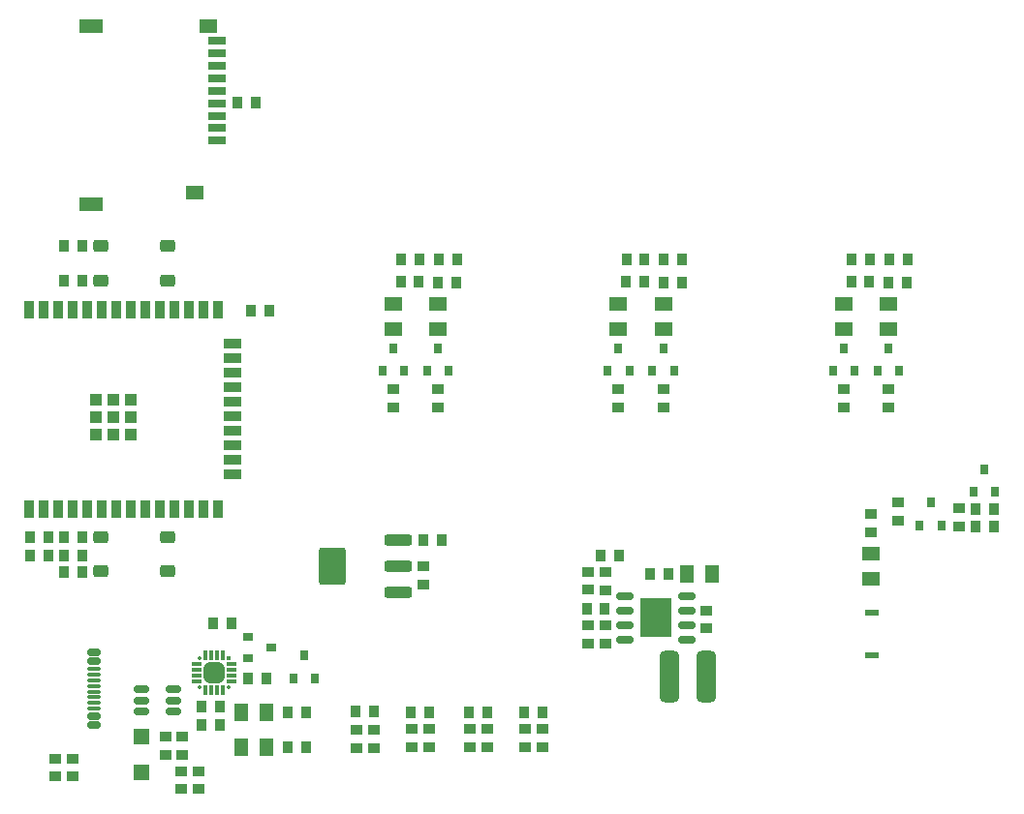
<source format=gtp>
G04*
G04 #@! TF.GenerationSoftware,Altium Limited,Altium Designer,24.10.1 (45)*
G04*
G04 Layer_Color=8421504*
%FSLAX44Y44*%
%MOMM*%
G71*
G04*
G04 #@! TF.SameCoordinates,0EDCD7A5-6BC7-414E-B131-C269EAA69737*
G04*
G04*
G04 #@! TF.FilePolarity,Positive*
G04*
G01*
G75*
%ADD17R,1.0160X0.9398*%
%ADD18R,1.5000X1.3000*%
G04:AMPARAMS|DCode=19|XSize=1.75mm|YSize=4.5mm|CornerRadius=0.4375mm|HoleSize=0mm|Usage=FLASHONLY|Rotation=180.000|XOffset=0mm|YOffset=0mm|HoleType=Round|Shape=RoundedRectangle|*
%AMROUNDEDRECTD19*
21,1,1.7500,3.6250,0,0,180.0*
21,1,0.8750,4.5000,0,0,180.0*
1,1,0.8750,-0.4375,1.8125*
1,1,0.8750,0.4375,1.8125*
1,1,0.8750,0.4375,-1.8125*
1,1,0.8750,-0.4375,-1.8125*
%
%ADD19ROUNDEDRECTD19*%
G04:AMPARAMS|DCode=20|XSize=1.35mm|YSize=1.1mm|CornerRadius=0.275mm|HoleSize=0mm|Usage=FLASHONLY|Rotation=0.000|XOffset=0mm|YOffset=0mm|HoleType=Round|Shape=RoundedRectangle|*
%AMROUNDEDRECTD20*
21,1,1.3500,0.5500,0,0,0.0*
21,1,0.8000,1.1000,0,0,0.0*
1,1,0.5500,0.4000,-0.2750*
1,1,0.5500,-0.4000,-0.2750*
1,1,0.5500,-0.4000,0.2750*
1,1,0.5500,0.4000,0.2750*
%
%ADD20ROUNDEDRECTD20*%
G04:AMPARAMS|DCode=21|XSize=0.65mm|YSize=1.3mm|CornerRadius=0.1625mm|HoleSize=0mm|Usage=FLASHONLY|Rotation=90.000|XOffset=0mm|YOffset=0mm|HoleType=Round|Shape=RoundedRectangle|*
%AMROUNDEDRECTD21*
21,1,0.6500,0.9750,0,0,90.0*
21,1,0.3250,1.3000,0,0,90.0*
1,1,0.3250,0.4875,0.1625*
1,1,0.3250,0.4875,-0.1625*
1,1,0.3250,-0.4875,-0.1625*
1,1,0.3250,-0.4875,0.1625*
%
%ADD21ROUNDEDRECTD21*%
%ADD22R,1.4000X1.4000*%
%ADD23R,0.8000X0.9000*%
%ADD24R,0.9398X1.0160*%
G04:AMPARAMS|DCode=25|XSize=1mm|YSize=2.4mm|CornerRadius=0.25mm|HoleSize=0mm|Usage=FLASHONLY|Rotation=270.000|XOffset=0mm|YOffset=0mm|HoleType=Round|Shape=RoundedRectangle|*
%AMROUNDEDRECTD25*
21,1,1.0000,1.9000,0,0,270.0*
21,1,0.5000,2.4000,0,0,270.0*
1,1,0.5000,-0.9500,-0.2500*
1,1,0.5000,-0.9500,0.2500*
1,1,0.5000,0.9500,0.2500*
1,1,0.5000,0.9500,-0.2500*
%
%ADD25ROUNDEDRECTD25*%
G04:AMPARAMS|DCode=26|XSize=3.3mm|YSize=2.4mm|CornerRadius=0.36mm|HoleSize=0mm|Usage=FLASHONLY|Rotation=270.000|XOffset=0mm|YOffset=0mm|HoleType=Round|Shape=RoundedRectangle|*
%AMROUNDEDRECTD26*
21,1,3.3000,1.6800,0,0,270.0*
21,1,2.5800,2.4000,0,0,270.0*
1,1,0.7200,-0.8400,-1.2900*
1,1,0.7200,-0.8400,1.2900*
1,1,0.7200,0.8400,1.2900*
1,1,0.7200,0.8400,-1.2900*
%
%ADD26ROUNDEDRECTD26*%
%ADD27R,1.3000X1.5000*%
%ADD28R,2.0000X1.2000*%
%ADD29R,1.6000X0.7000*%
%ADD30R,1.5000X1.2000*%
G04:AMPARAMS|DCode=31|XSize=0.3mm|YSize=1.15mm|CornerRadius=0.075mm|HoleSize=0mm|Usage=FLASHONLY|Rotation=270.000|XOffset=0mm|YOffset=0mm|HoleType=Round|Shape=RoundedRectangle|*
%AMROUNDEDRECTD31*
21,1,0.3000,1.0000,0,0,270.0*
21,1,0.1500,1.1500,0,0,270.0*
1,1,0.1500,-0.5000,-0.0750*
1,1,0.1500,-0.5000,0.0750*
1,1,0.1500,0.5000,0.0750*
1,1,0.1500,0.5000,-0.0750*
%
%ADD31ROUNDEDRECTD31*%
G04:AMPARAMS|DCode=32|XSize=0.6mm|YSize=1.15mm|CornerRadius=0.15mm|HoleSize=0mm|Usage=FLASHONLY|Rotation=270.000|XOffset=0mm|YOffset=0mm|HoleType=Round|Shape=RoundedRectangle|*
%AMROUNDEDRECTD32*
21,1,0.6000,0.8500,0,0,270.0*
21,1,0.3000,1.1500,0,0,270.0*
1,1,0.3000,-0.4250,-0.1500*
1,1,0.3000,-0.4250,0.1500*
1,1,0.3000,0.4250,0.1500*
1,1,0.3000,0.4250,-0.1500*
%
%ADD32ROUNDEDRECTD32*%
%ADD33R,1.0414X1.0414*%
%ADD34R,0.8890X1.4986*%
%ADD35R,1.4986X0.8890*%
%ADD36R,0.9000X0.8000*%
%ADD37R,1.1430X0.5842*%
G04:AMPARAMS|DCode=38|XSize=0.6mm|YSize=1.45mm|CornerRadius=0.15mm|HoleSize=0mm|Usage=FLASHONLY|Rotation=90.000|XOffset=0mm|YOffset=0mm|HoleType=Round|Shape=RoundedRectangle|*
%AMROUNDEDRECTD38*
21,1,0.6000,1.1500,0,0,90.0*
21,1,0.3000,1.4500,0,0,90.0*
1,1,0.3000,0.5750,0.1500*
1,1,0.3000,0.5750,-0.1500*
1,1,0.3000,-0.5750,-0.1500*
1,1,0.3000,-0.5750,0.1500*
%
%ADD38ROUNDEDRECTD38*%
%ADD39R,2.7100X3.4000*%
G04:AMPARAMS|DCode=40|XSize=1.8mm|YSize=1.8mm|CornerRadius=0.45mm|HoleSize=0mm|Usage=FLASHONLY|Rotation=0.000|XOffset=0mm|YOffset=0mm|HoleType=Round|Shape=RoundedRectangle|*
%AMROUNDEDRECTD40*
21,1,1.8000,0.9000,0,0,0.0*
21,1,0.9000,1.8000,0,0,0.0*
1,1,0.9000,0.4500,-0.4500*
1,1,0.9000,-0.4500,-0.4500*
1,1,0.9000,-0.4500,0.4500*
1,1,0.9000,0.4500,0.4500*
%
%ADD40ROUNDEDRECTD40*%
G04:AMPARAMS|DCode=41|XSize=0.3mm|YSize=0.3mm|CornerRadius=0.075mm|HoleSize=0mm|Usage=FLASHONLY|Rotation=0.000|XOffset=0mm|YOffset=0mm|HoleType=Round|Shape=RoundedRectangle|*
%AMROUNDEDRECTD41*
21,1,0.3000,0.1500,0,0,0.0*
21,1,0.1500,0.3000,0,0,0.0*
1,1,0.1500,0.0750,-0.0750*
1,1,0.1500,-0.0750,-0.0750*
1,1,0.1500,-0.0750,0.0750*
1,1,0.1500,0.0750,0.0750*
%
%ADD41ROUNDEDRECTD41*%
%ADD42R,0.3000X0.3000*%
G04:AMPARAMS|DCode=43|XSize=0.9mm|YSize=0.3mm|CornerRadius=0.075mm|HoleSize=0mm|Usage=FLASHONLY|Rotation=270.000|XOffset=0mm|YOffset=0mm|HoleType=Round|Shape=RoundedRectangle|*
%AMROUNDEDRECTD43*
21,1,0.9000,0.1500,0,0,270.0*
21,1,0.7500,0.3000,0,0,270.0*
1,1,0.1500,-0.0750,-0.3750*
1,1,0.1500,-0.0750,0.3750*
1,1,0.1500,0.0750,0.3750*
1,1,0.1500,0.0750,-0.3750*
%
%ADD43ROUNDEDRECTD43*%
G04:AMPARAMS|DCode=44|XSize=0.9mm|YSize=0.3mm|CornerRadius=0.075mm|HoleSize=0mm|Usage=FLASHONLY|Rotation=180.000|XOffset=0mm|YOffset=0mm|HoleType=Round|Shape=RoundedRectangle|*
%AMROUNDEDRECTD44*
21,1,0.9000,0.1500,0,0,180.0*
21,1,0.7500,0.3000,0,0,180.0*
1,1,0.1500,-0.3750,0.0750*
1,1,0.1500,0.3750,0.0750*
1,1,0.1500,0.3750,-0.0750*
1,1,0.1500,-0.3750,-0.0750*
%
%ADD44ROUNDEDRECTD44*%
D17*
X144480Y122367D02*
D03*
Y106365D02*
D03*
X159212D02*
D03*
Y122367D02*
D03*
X770557Y357192D02*
D03*
Y341190D02*
D03*
X411696Y158944D02*
D03*
Y142942D02*
D03*
X312276Y158689D02*
D03*
Y142687D02*
D03*
X396287Y158944D02*
D03*
Y142942D02*
D03*
X297163Y158689D02*
D03*
Y142687D02*
D03*
X459911Y158944D02*
D03*
Y142942D02*
D03*
X360851Y158944D02*
D03*
Y142942D02*
D03*
X444798Y158944D02*
D03*
Y142942D02*
D03*
X345738Y158944D02*
D03*
Y142942D02*
D03*
X526212Y440676D02*
D03*
Y456678D02*
D03*
X723062D02*
D03*
Y440676D02*
D03*
X565404Y456678D02*
D03*
Y440676D02*
D03*
X762253Y456678D02*
D03*
Y440676D02*
D03*
X602952Y262890D02*
D03*
Y246888D02*
D03*
X514648Y280469D02*
D03*
Y296471D02*
D03*
X355452Y301178D02*
D03*
Y285176D02*
D03*
X499916Y233506D02*
D03*
Y249508D02*
D03*
X144875Y136337D02*
D03*
Y152339D02*
D03*
X130143Y136337D02*
D03*
Y152339D02*
D03*
X823849Y336585D02*
D03*
Y352587D02*
D03*
X747129Y330757D02*
D03*
Y346759D02*
D03*
X499916Y296724D02*
D03*
Y280722D02*
D03*
X514648Y233722D02*
D03*
Y249724D02*
D03*
X329362Y456678D02*
D03*
Y440676D02*
D03*
X368554Y456678D02*
D03*
Y440676D02*
D03*
X49022Y133350D02*
D03*
Y117348D02*
D03*
X34290D02*
D03*
Y133350D02*
D03*
D18*
X762253Y509270D02*
D03*
Y531270D02*
D03*
X723062Y509270D02*
D03*
Y531270D02*
D03*
X526212D02*
D03*
Y509270D02*
D03*
X746760Y290420D02*
D03*
Y312420D02*
D03*
X368554Y509270D02*
D03*
Y531270D02*
D03*
X565404Y509270D02*
D03*
Y531270D02*
D03*
X329362Y509270D02*
D03*
Y531270D02*
D03*
D19*
X570452Y204849D02*
D03*
X602952D02*
D03*
D20*
X73620Y581420D02*
D03*
X132120D02*
D03*
X73620Y551420D02*
D03*
X132120D02*
D03*
X73620Y327180D02*
D03*
X132120D02*
D03*
X73620Y297180D02*
D03*
X132120D02*
D03*
D21*
X137190Y184152D02*
D03*
Y193650D02*
D03*
Y174650D02*
D03*
X109190D02*
D03*
Y184150D02*
D03*
Y193650D02*
D03*
D22*
X109220Y152400D02*
D03*
Y121400D02*
D03*
D23*
X789578Y337192D02*
D03*
X799078Y357192D02*
D03*
X808578Y337192D02*
D03*
X535712Y472132D02*
D03*
X526212Y492132D02*
D03*
X516712Y472132D02*
D03*
X732562D02*
D03*
X723062Y492132D02*
D03*
X713562Y472132D02*
D03*
X574903D02*
D03*
X565404Y492132D02*
D03*
X555904Y472132D02*
D03*
X752754D02*
D03*
X762253Y492132D02*
D03*
X771753Y472132D02*
D03*
X836701Y366358D02*
D03*
X846201Y386358D02*
D03*
X855701Y366358D02*
D03*
X260978Y203490D02*
D03*
X251478Y223490D02*
D03*
X241978Y203490D02*
D03*
X319862Y472132D02*
D03*
X329362Y492132D02*
D03*
X338862Y472132D02*
D03*
X378054D02*
D03*
X368554Y492132D02*
D03*
X359053Y472132D02*
D03*
D24*
X336321Y569552D02*
D03*
X352323D02*
D03*
X533171D02*
D03*
X549173D02*
D03*
X730021D02*
D03*
X746023D02*
D03*
X385013D02*
D03*
X369011D02*
D03*
X581862D02*
D03*
X565860D02*
D03*
X778712D02*
D03*
X762710D02*
D03*
X411400Y173295D02*
D03*
X395398D02*
D03*
X312276Y174055D02*
D03*
X296274D02*
D03*
X459911Y173529D02*
D03*
X443909D02*
D03*
X360851Y173295D02*
D03*
X344849D02*
D03*
X532714Y549988D02*
D03*
X548716D02*
D03*
X745566D02*
D03*
X729564D02*
D03*
X565404Y549607D02*
D03*
X581405D02*
D03*
X778255D02*
D03*
X762253D02*
D03*
X510540Y311150D02*
D03*
X526542D02*
D03*
X355452Y324178D02*
D03*
X371454D02*
D03*
X209054Y706652D02*
D03*
X193052D02*
D03*
X27999Y310935D02*
D03*
X11997D02*
D03*
X27999Y326502D02*
D03*
X11997D02*
D03*
X57971Y311159D02*
D03*
X41969D02*
D03*
X41597Y551420D02*
D03*
X57599D02*
D03*
X177772Y178628D02*
D03*
X161770D02*
D03*
X177772Y163007D02*
D03*
X161770D02*
D03*
X838200Y351282D02*
D03*
X854202D02*
D03*
X553577Y294611D02*
D03*
X569579D02*
D03*
X514429Y264075D02*
D03*
X498427D02*
D03*
X41969Y326502D02*
D03*
X57971D02*
D03*
X41969Y296394D02*
D03*
X57971D02*
D03*
X838200Y336585D02*
D03*
X854202D02*
D03*
X351866Y549988D02*
D03*
X335864D02*
D03*
X384556Y549607D02*
D03*
X368554D02*
D03*
X187960Y251460D02*
D03*
X171958D02*
D03*
X218753Y203490D02*
D03*
X202751D02*
D03*
X205303Y525272D02*
D03*
X221305D02*
D03*
X41597Y581343D02*
D03*
X57599D02*
D03*
X253291Y173802D02*
D03*
X237289D02*
D03*
X253291Y143068D02*
D03*
X237289D02*
D03*
D25*
X333800Y278178D02*
D03*
Y301178D02*
D03*
Y324178D02*
D03*
D26*
X275800Y301178D02*
D03*
D27*
X586050Y294611D02*
D03*
X608050D02*
D03*
X218952Y173802D02*
D03*
X196952D02*
D03*
X218952Y143068D02*
D03*
X196952D02*
D03*
D28*
X65400Y618480D02*
D03*
Y773580D02*
D03*
D29*
X175400Y739580D02*
D03*
Y673580D02*
D03*
Y728580D02*
D03*
Y695580D02*
D03*
Y706580D02*
D03*
Y717580D02*
D03*
Y684580D02*
D03*
Y750580D02*
D03*
Y761580D02*
D03*
D30*
X167400Y773580D02*
D03*
X155970Y628230D02*
D03*
D31*
X68225Y191810D02*
D03*
Y196810D02*
D03*
Y211810D02*
D03*
Y206810D02*
D03*
Y201810D02*
D03*
Y176810D02*
D03*
Y181810D02*
D03*
Y186810D02*
D03*
D32*
Y170310D02*
D03*
Y218310D02*
D03*
Y162310D02*
D03*
Y226310D02*
D03*
D33*
X69677Y431926D02*
D03*
Y447176D02*
D03*
X84927D02*
D03*
X100177D02*
D03*
Y431926D02*
D03*
Y416676D02*
D03*
X84927D02*
D03*
X69677D02*
D03*
X84927Y431926D02*
D03*
D34*
X11527Y526226D02*
D03*
X24227D02*
D03*
X36927D02*
D03*
X49627D02*
D03*
X62327D02*
D03*
X75027D02*
D03*
X87727D02*
D03*
X100427D02*
D03*
X113127D02*
D03*
X125827D02*
D03*
X138527D02*
D03*
X151227D02*
D03*
X163927D02*
D03*
X176627D02*
D03*
Y351226D02*
D03*
X163927D02*
D03*
X151227D02*
D03*
X138527D02*
D03*
X125827D02*
D03*
X113127D02*
D03*
X100427D02*
D03*
X87727D02*
D03*
X75027D02*
D03*
X62327D02*
D03*
X49627D02*
D03*
X36927D02*
D03*
X24227D02*
D03*
X11527D02*
D03*
D35*
X189127Y495876D02*
D03*
Y483176D02*
D03*
Y470476D02*
D03*
Y457776D02*
D03*
Y445076D02*
D03*
Y432376D02*
D03*
Y419676D02*
D03*
Y406976D02*
D03*
Y394276D02*
D03*
Y381576D02*
D03*
D36*
X202751Y220780D02*
D03*
X222751Y230280D02*
D03*
X202751Y239780D02*
D03*
D37*
X747362Y223640D02*
D03*
Y260470D02*
D03*
D38*
X586050Y237490D02*
D03*
Y250190D02*
D03*
Y262890D02*
D03*
Y275590D02*
D03*
X531550Y237490D02*
D03*
Y250190D02*
D03*
Y262890D02*
D03*
Y275590D02*
D03*
D39*
X558800Y256540D02*
D03*
D40*
X172720Y208280D02*
D03*
D41*
X160220Y195780D02*
D03*
X185220D02*
D03*
X160220Y220780D02*
D03*
D42*
X185220D02*
D03*
D43*
X180220Y223780D02*
D03*
X175220D02*
D03*
X170220D02*
D03*
X165220D02*
D03*
Y192780D02*
D03*
X170220D02*
D03*
X175220D02*
D03*
X180220D02*
D03*
D44*
X188220Y215780D02*
D03*
Y210780D02*
D03*
Y205780D02*
D03*
Y200780D02*
D03*
X157220D02*
D03*
Y205780D02*
D03*
Y210780D02*
D03*
Y215780D02*
D03*
M02*

</source>
